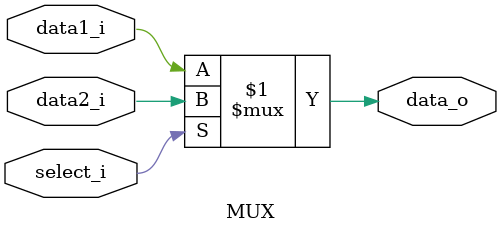
<source format=v>
module MUX(
  input [SIZE - 1:0] data1_i,
  input [SIZE - 1:0] data2_i,
  input select_i,
  output [SIZE - 1: 0] data_o
);

parameter SIZE = 1;

assign data_o = select_i ? data2_i : data1_i;

endmodule

</source>
